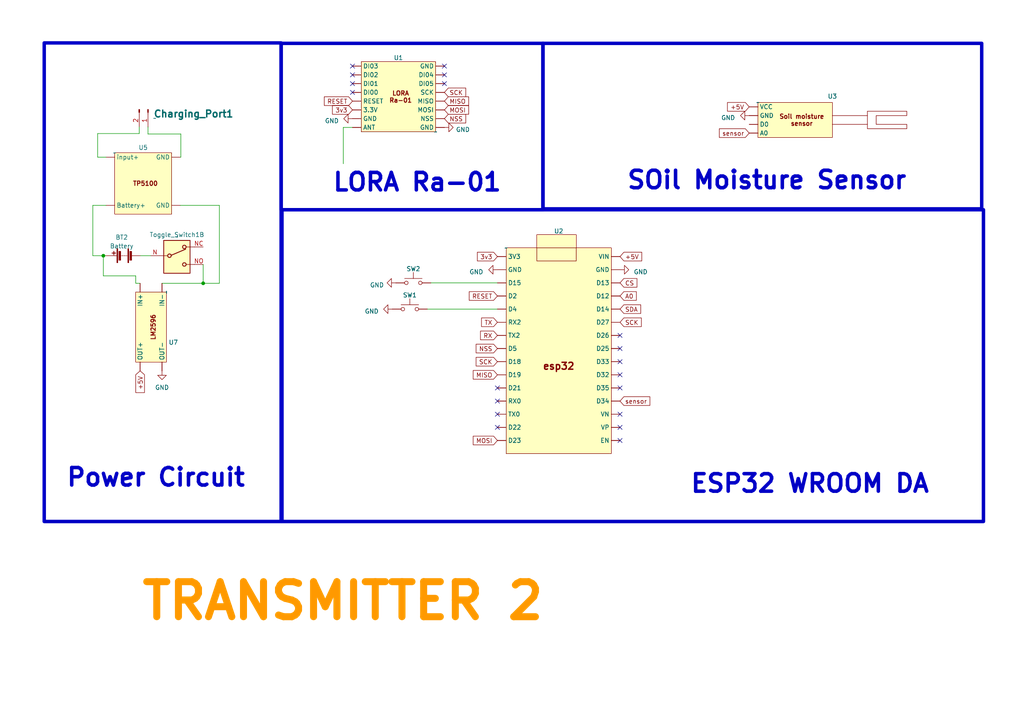
<source format=kicad_sch>
(kicad_sch (version 20230121) (generator eeschema)
  (paper "A4")
  (lib_symbols
    (symbol "Connector:Conn_01x02_Pin" (pin_names (offset 1.016) hide)
      (property "Reference" "J" (at 0 2.54 0))
      (property "Value" "Conn_01x02_Pin" (at 0 -5.08 0))
      (symbol "Conn_01x02_Pin_1_1"
        (polyline (pts (xy 1.27 -2.54) (xy 0.8636 -2.54)) (stroke (width 0.1524)))
        (polyline (pts (xy 1.27 0) (xy 0.8636 0)) (stroke (width 0.1524)))
        (rectangle (start 0.8636 -2.413) (end 0 -2.667) (stroke (width 0.1524)) (fill (type outline)))
        (rectangle (start 0.8636 0.127) (end 0 -0.127) (stroke (width 0.1524)) (fill (type outline)))
        (pin passive line (at 5.08 0 180) (length 3.81) (name "Pin_1") (number "1"))
        (pin passive line (at 5.08 -2.54 180) (length 3.81) (name "Pin_2") (number "2"))
      )
    )
    (symbol "Connector_Audio:XLR3_Switched" (pin_names hide)
      (property "Reference" "J" (at 0 8.89 0))
      (property "Value" "XLR3_Switched" (at 0 6.35 0))
      (symbol "XLR3_Switched_1_1"
        (circle (center -3.556 0) (radius 1.016))
        (circle (center 0 -3.556) (radius 1.016))
        (polyline (pts (xy -5.08 0) (xy -4.572 0)))
        (polyline (pts (xy 0 -5.08) (xy 0 -4.572)))
        (polyline (pts (xy 5.08 0) (xy 4.572 0)))
        (circle (center 0 0) (radius 5.08) (fill (type background)))
        (circle (center 3.556 0) (radius 1.016))
        (text "1" (at -3.556 1.778 0) (effects (font (size 1.016 1.016) bold)))
        (text "2" (at 3.556 1.778 0) (effects (font (size 1.016 1.016) bold)))
        (text "3" (at 0 -1.778 0) (effects (font (size 1.016 1.016) bold)))
        (pin passive line (at -7.62 0 0) (length 2.54) (name "~") (number "1"))
        (pin passive line (at 7.62 0 180) (length 2.54) (name "~") (number "2"))
        (pin passive line (at 0 -7.62 90) (length 2.54) (name "~") (number "3"))
      )
      (symbol "XLR3_Switched_2_1"
        (rectangle (start -3.81 4.445) (end 3.81 -5.08) (stroke (width 0.254)) (fill (type background)))
        (circle (center -2.159 0) (radius 0.508) (stroke (width 0.254)))
        (polyline (pts (xy -5.08 0) (xy -2.794 0)))
        (polyline (pts (xy -1.651 0.127) (xy 2.54 1.905)) (stroke (width 0.254)))
        (polyline (pts (xy 5.08 -2.54) (xy 2.794 -2.54)))
        (polyline (pts (xy 5.08 2.54) (xy 2.794 2.54)))
        (circle (center 2.159 -2.54) (radius 0.508) (stroke (width 0.254)))
        (circle (center 2.159 2.54) (radius 0.508) (stroke (width 0.254)))
        (pin passive line (at -7.62 0 0) (length 2.54) (name "~") (number "N"))
        (pin passive line (at 7.62 2.54 180) (length 2.54) (name "~") (number "NC"))
        (pin passive line (at 7.62 -2.54 180) (length 2.54) (name "~") (number "NO"))
      )
    )
    (symbol "Device:Battery" (pin_numbers hide) (pin_names (offset 0) hide)
      (property "Reference" "BT" (at 2.54 2.54 0))
      (property "Value" "Battery" (at 2.54 0 0))
      (symbol "Battery_0_1"
        (rectangle (start -2.032 -1.397) (end 2.032 -1.651) (fill (type outline)))
        (rectangle (start -2.032 1.778) (end 2.032 1.524) (fill (type outline)))
        (rectangle (start -1.3208 -1.9812) (end 1.27 -2.4892) (fill (type outline)))
        (rectangle (start -1.3208 1.1938) (end 1.27 0.6858) (fill (type outline)))
        (polyline (pts (xy 0 -1.524) (xy 0 -1.27)))
        (polyline (pts (xy 0 -1.016) (xy 0 -0.762)))
        (polyline (pts (xy 0 -0.508) (xy 0 -0.254)))
        (polyline (pts (xy 0 0) (xy 0 0.254)))
        (polyline (pts (xy 0 0.508) (xy 0 0.762)))
        (polyline (pts (xy 0 1.778) (xy 0 2.54)))
        (polyline (pts (xy 0.254 2.667) (xy 1.27 2.667)) (stroke (width 0.254)))
        (polyline (pts (xy 0.762 3.175) (xy 0.762 2.159)) (stroke (width 0.254)))
      )
      (symbol "Battery_1_1"
        (pin passive line (at 0 5.08 270) (length 2.54) (name "+") (number "1"))
        (pin passive line (at 0 -5.08 90) (length 2.54) (name "-") (number "2"))
      )
    )
    (symbol "Sensors:soil_moisture"
      (property "Reference" "U" (at 0 0 0))
      (symbol "soil_moisture_1_1"
        (polyline (pts (xy 21.59 -6.35) (xy 31.75 -6.35)))
        (polyline (pts (xy 21.59 -3.81) (xy 31.75 -3.81)))
        (polyline (pts (xy 31.75 -2.54) (xy 31.75 -7.62) (xy 43.18 -7.62) (xy 43.18 -6.35) (xy 34.29 -6.35) (xy 34.29 -3.81) (xy 43.18 -3.81) (xy 43.18 -2.54) (xy 31.75 -2.54)))
        (rectangle (start 0 0) (end 21.59 -10.16) (fill (type background)))
        (text "Soil moisture\nsensor" (at 12.7 -5.08 0) (effects (font (size 1.27 1.27) bold)))
        (pin input line (at -2.54 -8.89 0) (length 2.54) (name "A0") (number ""))
        (pin input line (at -2.54 -6.35 0) (length 2.54) (name "D0") (number ""))
        (pin input line (at -2.54 -3.81 0) (length 2.54) (name "GND") (number ""))
        (pin input line (at -2.54 -1.27 0) (length 2.54) (name "VCC") (number ""))
      )
    )
    (symbol "Switch:SW_Push" (pin_numbers hide) (pin_names (offset 1.016) hide)
      (property "Reference" "SW" (at 1.27 2.54 0))
      (property "Value" "SW_Push" (at 0 -1.524 0))
      (symbol "SW_Push_0_1"
        (circle (center -2.032 0) (radius 0.508))
        (polyline (pts (xy 0 1.27) (xy 0 3.048)))
        (polyline (pts (xy 2.54 1.27) (xy -2.54 1.27)))
        (circle (center 2.032 0) (radius 0.508))
        (pin passive line (at -5.08 0 0) (length 2.54) (name "1") (number "1"))
        (pin passive line (at 5.08 0 180) (length 2.54) (name "2") (number "2"))
      )
    )
    (symbol "buck_converter1:lm2596"
      (property "Reference" "U" (at 0 0 0))
      (symbol "lm2596_1_1"
        (rectangle (start 0 0) (end 20.32 -8.89) (fill (type background)))
        (text "LM2596" (at 10.16 -3.81 0) (effects (font (size 1.27 1.27) bold)))
        (pin input line (at -2.54 -7.62 0) (length 2.54) (name "IN+") (number ""))
        (pin input line (at -2.54 -1.27 0) (length 2.54) (name "IN-") (number ""))
        (pin input line (at 22.86 -7.62 180) (length 2.54) (name "OUT+") (number ""))
        (pin input line (at 22.86 -1.27 180) (length 2.54) (name "OUT-") (number ""))
      )
    )
    (symbol "esp32:esp32_wroom32_DA"
      (property "Reference" "U" (at 30.48 -58.42 0))
      (symbol "esp32_wroom32_DA_1_1"
        (rectangle (start 0 1.27) (end 30.48 -58.42) (fill (type background)))
        (rectangle (start 10.16 -54.61) (end 21.59 -62.23) (fill (type background)))
        (text "esp32\n" (at 15.24 -24.13 0) (effects (font (size 2 2) bold)))
        (pin input line (at 33.02 -55.88 180) (length 2.54) (name "3V3") (number ""))
        (pin input line (at -2.54 -44.45 0) (length 2.54) (name "D12") (number ""))
        (pin input line (at -2.54 -48.26 0) (length 2.54) (name "D13") (number ""))
        (pin input line (at -2.54 -40.64 0) (length 2.54) (name "D14") (number ""))
        (pin input line (at 33.02 -48.26 180) (length 2.54) (name "D15") (number ""))
        (pin input line (at 33.02 -25.4 180) (length 2.54) (name "D18") (number ""))
        (pin input line (at 33.02 -21.59 180) (length 2.54) (name "D19") (number ""))
        (pin input line (at 33.02 -44.45 180) (length 2.54) (name "D2") (number ""))
        (pin input line (at 33.02 -17.78 180) (length 2.54) (name "D21") (number ""))
        (pin input line (at 33.02 -6.35 180) (length 2.54) (name "D22") (number ""))
        (pin input line (at 33.02 -2.54 180) (length 2.54) (name "D23") (number ""))
        (pin input line (at -2.54 -29.21 0) (length 2.54) (name "D25") (number ""))
        (pin input line (at -2.54 -33.02 0) (length 2.54) (name "D26") (number ""))
        (pin input line (at -2.54 -36.83 0) (length 2.54) (name "D27") (number ""))
        (pin input line (at -2.54 -21.59 0) (length 2.54) (name "D32") (number ""))
        (pin input line (at -2.54 -25.4 0) (length 2.54) (name "D33") (number ""))
        (pin input line (at -2.54 -13.97 0) (length 2.54) (name "D34") (number ""))
        (pin input line (at -2.54 -17.78 0) (length 2.54) (name "D35") (number ""))
        (pin input line (at 33.02 -40.64 180) (length 2.54) (name "D4") (number ""))
        (pin input line (at 33.02 -29.21 180) (length 2.54) (name "D5") (number ""))
        (pin input line (at -2.54 -2.54 0) (length 2.54) (name "EN") (number ""))
        (pin input line (at -2.54 -52.07 0) (length 2.54) (name "GND") (number ""))
        (pin input line (at 33.02 -52.07 180) (length 2.54) (name "GND") (number ""))
        (pin input line (at 33.02 -13.97 180) (length 2.54) (name "RX0") (number ""))
        (pin input line (at 33.02 -36.83 180) (length 2.54) (name "RX2") (number ""))
        (pin input line (at 33.02 -10.16 180) (length 2.54) (name "TX0") (number ""))
        (pin input line (at 33.02 -33.02 180) (length 2.54) (name "TX2") (number ""))
        (pin input line (at -2.54 -55.88 0) (length 2.54) (name "VIN") (number ""))
        (pin input line (at -2.54 -10.16 0) (length 2.54) (name "VN") (number ""))
        (pin input line (at -2.54 -6.35 0) (length 2.54) (name "VP") (number ""))
      )
    )
    (symbol "li-ion_charger_module:2_cell_charger"
      (property "Reference" "U" (at 0 0 0))
      (symbol "2_cell_charger_1_1"
        (rectangle (start 0 0) (end 16.51 -17.78) (fill (type background)))
        (text "TP5100" (at 8.89 -8.89 0) (effects (font (size 1.27 1.27) bold)))
        (pin input line (at -2.54 -15.24 0) (length 2.54) (name "Battery+") (number ""))
        (pin input line (at 19.05 -15.24 180) (length 2.54) (name "GND") (number ""))
        (pin input line (at 19.05 -1.27 180) (length 2.54) (name "GND") (number ""))
        (pin input line (at -2.54 -1.27 0) (length 2.54) (name "input+") (number ""))
      )
    )
    (symbol "lora_ra01:lora_ra01"
      (property "Reference" "U" (at 0 0 0))
      (symbol "lora_ra01_1_1"
        (rectangle (start 0 0) (end 21.59 -20.32) (fill (type background)))
        (text "LORA\nRa-01" (at 10.16 -10.16 0) (effects (font (size 1.27 1.27) bold)))
        (pin input line (at 24.13 -6.35 180) (length 2.54) (name "3.3V") (number ""))
        (pin input line (at 24.13 -1.27 180) (length 2.54) (name "ANT") (number ""))
        (pin input line (at 24.13 -11.43 180) (length 2.54) (name "DI00") (number ""))
        (pin input line (at 24.13 -13.97 180) (length 2.54) (name "DI01") (number ""))
        (pin input line (at 24.13 -16.51 180) (length 2.54) (name "DI02") (number ""))
        (pin input line (at 24.13 -19.05 180) (length 2.54) (name "DI03") (number ""))
        (pin input line (at -2.54 -16.51 0) (length 2.54) (name "DI04") (number ""))
        (pin input line (at -2.54 -13.97 0) (length 2.54) (name "DI05") (number ""))
        (pin input line (at -2.54 -19.05 0) (length 2.54) (name "GND") (number ""))
        (pin input line (at -2.54 -1.27 0) (length 2.54) (name "GND") (number ""))
        (pin input line (at 24.13 -3.81 180) (length 2.54) (name "GND") (number ""))
        (pin input line (at -2.54 -8.89 0) (length 2.54) (name "MISO") (number ""))
        (pin input line (at -2.54 -6.35 0) (length 2.54) (name "MOSI") (number ""))
        (pin input line (at -2.54 -3.81 0) (length 2.54) (name "NSS") (number ""))
        (pin input line (at 24.13 -8.89 180) (length 2.54) (name "RESET") (number ""))
        (pin input line (at -2.54 -11.43 0) (length 2.54) (name "SCK") (number ""))
      )
    )
    (symbol "power:GND" (power) (pin_names (offset 0))
      (property "Value" "GND" (at 0 -3.81 0))
      (symbol "GND_0_1"
        (polyline (pts (xy 0 0) (xy 0 -1.27) (xy 1.27 -1.27) (xy 0 -2.54) (xy -1.27 -1.27) (xy 0 -1.27)))
      )
      (symbol "GND_1_1"
        (pin power_in line (at 0 0 270) (length 0) hide (name "GND") (number "1"))
      )
    )
  )
  (junction (at 29.972 74.168))
  (junction (at 58.928 82.169))
  (no_connect (at 102.235 19.177))
  (no_connect (at 179.832 112.522))
  (no_connect (at 144.272 112.522))
  (no_connect (at 179.832 97.282))
  (no_connect (at 102.235 24.257))
  (no_connect (at 128.905 19.177))
  (no_connect (at 144.272 120.142))
  (no_connect (at 144.272 116.332))
  (no_connect (at 102.235 21.717))
  (no_connect (at 144.272 123.952))
  (no_connect (at 179.832 104.902))
  (no_connect (at 179.832 120.142))
  (no_connect (at 128.905 21.717))
  (no_connect (at 179.832 127.762))
  (no_connect (at 179.832 123.952))
  (no_connect (at 102.235 26.797))
  (no_connect (at 179.832 101.092))
  (no_connect (at 179.832 108.712))
  (no_connect (at 128.905 24.257))
  (wire (pts (xy 39.37 82.169) (xy 40.64 82.169)))
  (wire (pts (xy 52.451 38.862) (xy 52.451 45.593)))
  (wire (pts (xy 99.568 36.957) (xy 99.568 47.498)))
  (wire (pts (xy 29.972 74.168) (xy 26.924 74.168)))
  (wire (pts (xy 26.924 59.563) (xy 30.734 59.563)))
  (wire (pts (xy 30.607 74.168) (xy 29.972 74.168)))
  (wire (pts (xy 58.928 82.169) (xy 63.627 82.169)))
  (wire (pts (xy 99.568 36.957) (xy 102.235 36.957)))
  (wire (pts (xy 52.451 45.593) (xy 52.324 45.593)))
  (wire (pts (xy 42.926 38.862) (xy 52.451 38.862)))
  (wire (pts (xy 26.924 74.168) (xy 26.924 59.563)))
  (wire (pts (xy 42.926 36.83) (xy 42.926 38.862)))
  (wire (pts (xy 28.321 45.593) (xy 28.321 38.735)))
  (wire (pts (xy 39.37 82.169) (xy 39.37 80.01)))
  (wire (pts (xy 63.627 59.563) (xy 63.627 82.169)))
  (wire (pts (xy 58.928 82.169) (xy 58.928 76.708)))
  (wire (pts (xy 28.321 38.735) (xy 40.386 38.735)))
  (wire (pts (xy 46.99 82.169) (xy 58.928 82.169)))
  (wire (pts (xy 123.952 89.662) (xy 144.272 89.662)))
  (wire (pts (xy 39.37 80.01) (xy 29.972 80.01)))
  (wire (pts (xy 52.324 59.563) (xy 63.627 59.563)))
  (wire (pts (xy 30.734 45.593) (xy 28.321 45.593)))
  (wire (pts (xy 40.767 74.168) (xy 43.688 74.168)))
  (wire (pts (xy 124.968 82.042) (xy 144.272 82.042)))
  (wire (pts (xy 29.972 80.01) (xy 29.972 74.168)))
  (wire (pts (xy 40.386 38.735) (xy 40.386 36.83)))
  (rectangle (start 157.48 12.573) (end 284.734 60.579) (stroke (width 1)))
  (rectangle (start 81.534 12.573) (end 157.48 60.833) (stroke (width 1)))
  (rectangle (start 12.827 12.446) (end 81.534 151.257) (stroke (width 1) (color 0 0 194 1)))
  (rectangle (start 81.788 60.833) (end 285.242 151.257) (stroke (width 1)))
  (text "Power Circuit" (at 18.923 141.605 0) (effects (font (size 5.08 5.08) bold) (justify left bottom)))
  (text "TRANSMITTER 2\n" (at 40.259 180.467 0) (effects (font (size 10.16 10.16) bold) (justify left bottom)))
  (text "ESP32 WROOM DA" (at 199.898 143.383 0) (effects (font (size 5.08 5.08) bold) (justify left bottom)))
  (text "LORA Ra-01\n" (at 96.139 56.007 0) (effects (font (size 5.08 5.08) bold) (justify left bottom)))
  (text "SOil Moisture Sensor\n" (at 181.483 55.372 0) (effects (font (size 5.08 5.08) bold) (justify left bottom)))
  (global_label "sensor" (shape input) (at 179.832 116.332 0) (property "Intersheetrefs" "${INTERSHEET_REFS}" (effects hide)))
  (global_label "RESET" (shape input) (at 144.272 85.852 180) (property "Intersheetrefs" "${INTERSHEET_REFS}" (effects hide)))
  (global_label "MISO" (shape input) (at 144.272 108.712 180) (property "Intersheetrefs" "${INTERSHEET_REFS}" (effects hide)))
  (global_label "RX" (shape input) (at 144.272 97.282 180) (property "Intersheetrefs" "${INTERSHEET_REFS}" (effects hide)))
  (global_label "sensor" (shape input) (at 217.297 38.608 180) (property "Intersheetrefs" "${INTERSHEET_REFS}" (effects hide)))
  (global_label "MOSI" (shape input) (at 144.272 127.762 180) (property "Intersheetrefs" "${INTERSHEET_REFS}" (effects hide)))
  (global_label "NSS" (shape input) (at 144.272 101.092 180) (property "Intersheetrefs" "${INTERSHEET_REFS}" (effects hide)))
  (global_label "+5V" (shape input) (at 217.297 30.988 180) (property "Intersheetrefs" "${INTERSHEET_REFS}" (effects hide)))
  (global_label "TX" (shape input) (at 144.272 93.472 180) (property "Intersheetrefs" "${INTERSHEET_REFS}" (effects hide)))
  (global_label "MOSI" (shape input) (at 128.905 31.877 0) (property "Intersheetrefs" "${INTERSHEET_REFS}" (effects hide)))
  (global_label "3v3" (shape input) (at 144.272 74.422 180) (property "Intersheetrefs" "${INTERSHEET_REFS}" (effects hide)))
  (global_label "+5V" (shape input) (at 40.64 107.569 270) (property "Intersheetrefs" "${INTERSHEET_REFS}" (effects hide)))
  (global_label "SCK" (shape input) (at 144.272 104.902 180) (property "Intersheetrefs" "${INTERSHEET_REFS}" (effects hide)))
  (global_label "+5V" (shape input) (at 179.832 74.422 0) (property "Intersheetrefs" "${INTERSHEET_REFS}" (effects hide)))
  (global_label "SCK" (shape input) (at 179.832 93.472 0) (property "Intersheetrefs" "${INTERSHEET_REFS}" (effects hide)))
  (global_label "SCK" (shape input) (at 128.905 26.797 0) (property "Intersheetrefs" "${INTERSHEET_REFS}" (effects hide)))
  (global_label "NSS" (shape input) (at 128.905 34.417 0) (property "Intersheetrefs" "${INTERSHEET_REFS}" (effects hide)))
  (global_label "3v3" (shape input) (at 102.235 31.877 180) (property "Intersheetrefs" "${INTERSHEET_REFS}" (effects hide)))
  (global_label "CS" (shape input) (at 179.832 82.042 0) (property "Intersheetrefs" "${INTERSHEET_REFS}" (effects hide)))
  (global_label "MISO" (shape input) (at 128.905 29.337 0) (property "Intersheetrefs" "${INTERSHEET_REFS}" (effects hide)))
  (global_label "A0" (shape input) (at 179.832 85.852 0) (property "Intersheetrefs" "${INTERSHEET_REFS}" (effects hide)))
  (global_label "SDA" (shape input) (at 179.832 89.662 0) (property "Intersheetrefs" "${INTERSHEET_REFS}" (effects hide)))
  (global_label "RESET" (shape input) (at 102.235 29.337 180) (property "Intersheetrefs" "${INTERSHEET_REFS}" (effects hide)))
  (symbol (lib_id "power:GND") (at 217.297 33.528 270) (unit 1)
    (property "Reference" "#PWR08" (effects hide))
    (property "Value" "GND" (at 213.233 34.163 90) (effects (justify right)))
  )
  (symbol (lib_id "power:GND") (at 128.905 36.957 90) (unit 1)
    (property "Reference" "#PWR02" (effects hide))
    (property "Value" "GND" (at 132.207 37.592 90) (effects (justify right)))
  )
  (symbol (lib_id "li-ion_charger_module:2_cell_charger") (at 33.274 44.323 0) (unit 1)
    (property "Reference" "U5" (at 41.529 42.799 0))
    (property "Value" "~" (at 33.274 44.323 0))
  )
  (symbol (lib_id "power:GND") (at 144.272 78.232 270) (unit 1)
    (property "Reference" "#PWR05" (effects hide))
    (property "Value" "GND" (at 140.208 78.867 90) (effects (justify right)))
  )
  (symbol (lib_id "power:GND") (at 114.808 82.042 270) (unit 1)
    (property "Reference" "#PWR04" (effects hide))
    (property "Value" "GND" (at 111.379 82.677 90) (effects (justify right)))
  )
  (symbol (lib_id "power:GND") (at 102.235 34.417 270) (unit 1)
    (property "Reference" "#PWR01" (effects hide))
    (property "Value" "GND" (at 98.298 35.052 90) (effects (justify right)))
  )
  (symbol (lib_id "power:GND") (at 113.792 89.662 270) (unit 1)
    (property "Reference" "#PWR03" (effects hide))
    (property "Value" "GND" (at 109.855 90.297 90) (effects (justify right)))
  )
  (symbol (lib_id "power:GND") (at 179.832 78.232 90) (unit 1)
    (property "Reference" "#PWR06" (effects hide))
    (property "Value" "GND" (at 183.769 78.867 90) (effects (justify right)))
  )
  (symbol (lib_id "Switch:SW_Push") (at 118.872 89.662 0) (unit 1)
    (property "Reference" "SW1" (at 118.872 85.598 0))
    (property "Value" "~" (at 118.872 85.598 0))
  )
  (symbol (lib_id "lora_ra01:lora_ra01") (at 126.365 38.227 180) (unit 1)
    (property "Reference" "U1" (at 115.57 16.764 0))
    (property "Value" "~" (at 126.365 38.227 0))
  )
  (symbol (lib_id "Connector_Audio:XLR3_Switched") (at 51.308 74.168 0) (unit 2)
    (property "Reference" "Toggle_Switch1" (at 51.308 68.072 0))
    (property "Value" "~" (at 51.308 68.707 0))
    (property "Datasheet" " ~" (effects hide))
  )
  (symbol (lib_id "power:GND") (at 46.99 107.569 0) (unit 1)
    (property "Reference" "#PWR07" (effects hide))
    (property "Value" "GND" (at 46.99 112.395 0))
  )
  (symbol (lib_id "Connector:Conn_01x02_Pin") (at 42.926 31.75 270) (unit 1)
    (property "Reference" "Charging_Port1" (at 44.323 33.02 90) (effects (font (size 2 2) bold) (justify left)))
    (property "Value" "~" (at 44.323 34.29 90) (effects (justify left)))
  )
  (symbol (lib_id "Device:Battery") (at 35.687 74.168 90) (unit 1)
    (property "Reference" "BT2" (at 35.306 68.834 90))
    (property "Value" "Battery" (at 35.306 71.374 90))
  )
  (symbol (lib_id "buck_converter1:lm2596") (at 48.26 84.709 270) (unit 1)
    (property "Reference" "U7" (at 48.895 99.314 90) (effects (justify left)))
    (property "Value" "~" (at 48.26 84.709 0))
  )
  (symbol (lib_id "Sensors:soil_moisture") (at 219.837 29.718 0) (unit 1)
    (property "Reference" "U3" (at 241.427 27.94 0))
    (property "Value" "~" (at 219.837 29.718 0))
  )
  (symbol (lib_id "esp32:esp32_wroom32_DA") (at 177.292 130.302 180) (unit 1)
    (property "Reference" "U2" (at 162.052 67.056 0))
    (property "Value" "~" (at 146.812 71.882 0))
  )
  (symbol (lib_id "Switch:SW_Push") (at 119.888 82.042 0) (unit 1)
    (property "Reference" "SW2" (at 119.888 77.978 0))
    (property "Value" "~" (at 119.888 77.978 0))
  )
)
</source>
